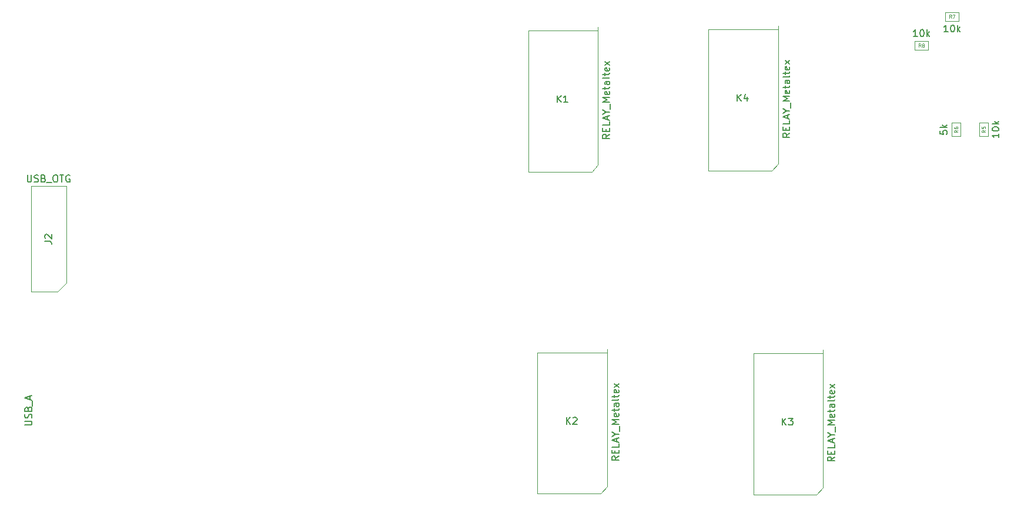
<source format=gbr>
G04 #@! TF.FileFunction,Other,Fab,Top*
%FSLAX46Y46*%
G04 Gerber Fmt 4.6, Leading zero omitted, Abs format (unit mm)*
G04 Created by KiCad (PCBNEW 4.0.4+e1-6308~48~ubuntu15.10.1-stable) date Thu Jul 12 11:54:00 2018*
%MOMM*%
%LPD*%
G01*
G04 APERTURE LIST*
%ADD10C,0.100000*%
%ADD11C,0.120000*%
%ADD12C,0.150000*%
%ADD13C,0.075000*%
G04 APERTURE END LIST*
D10*
X66040000Y-93853000D02*
X62230000Y-93853000D01*
X62230000Y-93853000D02*
X62230000Y-78613000D01*
X62230000Y-78613000D02*
X67310000Y-78613000D01*
X67310000Y-78613000D02*
X67310000Y-92583000D01*
X67310000Y-92583000D02*
X66040000Y-93853000D01*
D11*
X143909820Y-75533060D02*
X142999820Y-76543060D01*
X133869820Y-76543060D02*
X142999820Y-76543060D01*
X143909820Y-75533060D02*
X143909820Y-55653060D01*
X143909820Y-56163060D02*
X133869820Y-56163060D01*
X133869820Y-56163060D02*
X133869820Y-76543060D01*
X145243240Y-121979500D02*
X144333240Y-122989500D01*
X135203240Y-122989500D02*
X144333240Y-122989500D01*
X145243240Y-121979500D02*
X145243240Y-102099500D01*
X145243240Y-102609500D02*
X135203240Y-102609500D01*
X135203240Y-102609500D02*
X135203240Y-122989500D01*
X176330340Y-122091260D02*
X175420340Y-123101260D01*
X166290340Y-123101260D02*
X175420340Y-123101260D01*
X176330340Y-122091260D02*
X176330340Y-102211260D01*
X176330340Y-102721260D02*
X166290340Y-102721260D01*
X166290340Y-102721260D02*
X166290340Y-123101260D01*
X169866000Y-75357000D02*
X168956000Y-76367000D01*
X159826000Y-76367000D02*
X168956000Y-76367000D01*
X169866000Y-75357000D02*
X169866000Y-55477000D01*
X169866000Y-55987000D02*
X159826000Y-55987000D01*
X159826000Y-55987000D02*
X159826000Y-76367000D01*
D10*
X194876180Y-69436740D02*
X196116180Y-69436740D01*
X194876180Y-71436740D02*
X194876180Y-69436740D01*
X196116180Y-71436740D02*
X194876180Y-71436740D01*
X196116180Y-69436740D02*
X196116180Y-71436740D01*
X200083660Y-71436740D02*
X198843660Y-71436740D01*
X200083660Y-69436740D02*
X200083660Y-71436740D01*
X198843660Y-69436740D02*
X200083660Y-69436740D01*
X198843660Y-71436740D02*
X198843660Y-69436740D01*
X193900000Y-54770000D02*
X193900000Y-53530000D01*
X195900000Y-54770000D02*
X193900000Y-54770000D01*
X195900000Y-53530000D02*
X195900000Y-54770000D01*
X193900000Y-53530000D02*
X195900000Y-53530000D01*
X191500000Y-57705000D02*
X191500000Y-58945000D01*
X189500000Y-57705000D02*
X191500000Y-57705000D01*
X189500000Y-58945000D02*
X189500000Y-57705000D01*
X191500000Y-58945000D02*
X189500000Y-58945000D01*
D12*
X61722381Y-77005381D02*
X61722381Y-77814905D01*
X61770000Y-77910143D01*
X61817619Y-77957762D01*
X61912857Y-78005381D01*
X62103334Y-78005381D01*
X62198572Y-77957762D01*
X62246191Y-77910143D01*
X62293810Y-77814905D01*
X62293810Y-77005381D01*
X62722381Y-77957762D02*
X62865238Y-78005381D01*
X63103334Y-78005381D01*
X63198572Y-77957762D01*
X63246191Y-77910143D01*
X63293810Y-77814905D01*
X63293810Y-77719667D01*
X63246191Y-77624429D01*
X63198572Y-77576810D01*
X63103334Y-77529190D01*
X62912857Y-77481571D01*
X62817619Y-77433952D01*
X62770000Y-77386333D01*
X62722381Y-77291095D01*
X62722381Y-77195857D01*
X62770000Y-77100619D01*
X62817619Y-77053000D01*
X62912857Y-77005381D01*
X63150953Y-77005381D01*
X63293810Y-77053000D01*
X64055715Y-77481571D02*
X64198572Y-77529190D01*
X64246191Y-77576810D01*
X64293810Y-77672048D01*
X64293810Y-77814905D01*
X64246191Y-77910143D01*
X64198572Y-77957762D01*
X64103334Y-78005381D01*
X63722381Y-78005381D01*
X63722381Y-77005381D01*
X64055715Y-77005381D01*
X64150953Y-77053000D01*
X64198572Y-77100619D01*
X64246191Y-77195857D01*
X64246191Y-77291095D01*
X64198572Y-77386333D01*
X64150953Y-77433952D01*
X64055715Y-77481571D01*
X63722381Y-77481571D01*
X64484286Y-78100619D02*
X65246191Y-78100619D01*
X65674762Y-77005381D02*
X65865239Y-77005381D01*
X65960477Y-77053000D01*
X66055715Y-77148238D01*
X66103334Y-77338714D01*
X66103334Y-77672048D01*
X66055715Y-77862524D01*
X65960477Y-77957762D01*
X65865239Y-78005381D01*
X65674762Y-78005381D01*
X65579524Y-77957762D01*
X65484286Y-77862524D01*
X65436667Y-77672048D01*
X65436667Y-77338714D01*
X65484286Y-77148238D01*
X65579524Y-77053000D01*
X65674762Y-77005381D01*
X66389048Y-77005381D02*
X66960477Y-77005381D01*
X66674762Y-78005381D02*
X66674762Y-77005381D01*
X67817620Y-77053000D02*
X67722382Y-77005381D01*
X67579525Y-77005381D01*
X67436667Y-77053000D01*
X67341429Y-77148238D01*
X67293810Y-77243476D01*
X67246191Y-77433952D01*
X67246191Y-77576810D01*
X67293810Y-77767286D01*
X67341429Y-77862524D01*
X67436667Y-77957762D01*
X67579525Y-78005381D01*
X67674763Y-78005381D01*
X67817620Y-77957762D01*
X67865239Y-77910143D01*
X67865239Y-77576810D01*
X67674763Y-77576810D01*
X64222381Y-86566333D02*
X64936667Y-86566333D01*
X65079524Y-86613953D01*
X65174762Y-86709191D01*
X65222381Y-86852048D01*
X65222381Y-86947286D01*
X64317619Y-86137762D02*
X64270000Y-86090143D01*
X64222381Y-85994905D01*
X64222381Y-85756809D01*
X64270000Y-85661571D01*
X64317619Y-85613952D01*
X64412857Y-85566333D01*
X64508095Y-85566333D01*
X64650952Y-85613952D01*
X65222381Y-86185381D01*
X65222381Y-85566333D01*
X145562201Y-71127823D02*
X145086010Y-71461157D01*
X145562201Y-71699252D02*
X144562201Y-71699252D01*
X144562201Y-71318299D01*
X144609820Y-71223061D01*
X144657439Y-71175442D01*
X144752677Y-71127823D01*
X144895534Y-71127823D01*
X144990772Y-71175442D01*
X145038391Y-71223061D01*
X145086010Y-71318299D01*
X145086010Y-71699252D01*
X145038391Y-70699252D02*
X145038391Y-70365918D01*
X145562201Y-70223061D02*
X145562201Y-70699252D01*
X144562201Y-70699252D01*
X144562201Y-70223061D01*
X145562201Y-69318299D02*
X145562201Y-69794490D01*
X144562201Y-69794490D01*
X145276487Y-69032585D02*
X145276487Y-68556394D01*
X145562201Y-69127823D02*
X144562201Y-68794490D01*
X145562201Y-68461156D01*
X145086010Y-67937347D02*
X145562201Y-67937347D01*
X144562201Y-68270680D02*
X145086010Y-67937347D01*
X144562201Y-67604013D01*
X145657439Y-67508775D02*
X145657439Y-66746870D01*
X145562201Y-66508775D02*
X144562201Y-66508775D01*
X145276487Y-66175441D01*
X144562201Y-65842108D01*
X145562201Y-65842108D01*
X145514582Y-64984965D02*
X145562201Y-65080203D01*
X145562201Y-65270680D01*
X145514582Y-65365918D01*
X145419344Y-65413537D01*
X145038391Y-65413537D01*
X144943153Y-65365918D01*
X144895534Y-65270680D01*
X144895534Y-65080203D01*
X144943153Y-64984965D01*
X145038391Y-64937346D01*
X145133630Y-64937346D01*
X145228868Y-65413537D01*
X144895534Y-64651632D02*
X144895534Y-64270680D01*
X144562201Y-64508775D02*
X145419344Y-64508775D01*
X145514582Y-64461156D01*
X145562201Y-64365918D01*
X145562201Y-64270680D01*
X145562201Y-63508774D02*
X145038391Y-63508774D01*
X144943153Y-63556393D01*
X144895534Y-63651631D01*
X144895534Y-63842108D01*
X144943153Y-63937346D01*
X145514582Y-63508774D02*
X145562201Y-63604012D01*
X145562201Y-63842108D01*
X145514582Y-63937346D01*
X145419344Y-63984965D01*
X145324106Y-63984965D01*
X145228868Y-63937346D01*
X145181249Y-63842108D01*
X145181249Y-63604012D01*
X145133630Y-63508774D01*
X145562201Y-62889727D02*
X145514582Y-62984965D01*
X145419344Y-63032584D01*
X144562201Y-63032584D01*
X144895534Y-62651631D02*
X144895534Y-62270679D01*
X144562201Y-62508774D02*
X145419344Y-62508774D01*
X145514582Y-62461155D01*
X145562201Y-62365917D01*
X145562201Y-62270679D01*
X145514582Y-61556392D02*
X145562201Y-61651630D01*
X145562201Y-61842107D01*
X145514582Y-61937345D01*
X145419344Y-61984964D01*
X145038391Y-61984964D01*
X144943153Y-61937345D01*
X144895534Y-61842107D01*
X144895534Y-61651630D01*
X144943153Y-61556392D01*
X145038391Y-61508773D01*
X145133630Y-61508773D01*
X145228868Y-61984964D01*
X145562201Y-61175440D02*
X144895534Y-60651630D01*
X144895534Y-61175440D02*
X145562201Y-60651630D01*
X138021725Y-66525441D02*
X138021725Y-65525441D01*
X138593154Y-66525441D02*
X138164582Y-65954012D01*
X138593154Y-65525441D02*
X138021725Y-66096870D01*
X139545535Y-66525441D02*
X138974106Y-66525441D01*
X139259820Y-66525441D02*
X139259820Y-65525441D01*
X139164582Y-65668298D01*
X139069344Y-65763536D01*
X138974106Y-65811155D01*
X61364541Y-113076549D02*
X62174065Y-113076549D01*
X62269303Y-113028930D01*
X62316922Y-112981311D01*
X62364541Y-112886073D01*
X62364541Y-112695596D01*
X62316922Y-112600358D01*
X62269303Y-112552739D01*
X62174065Y-112505120D01*
X61364541Y-112505120D01*
X62316922Y-112076549D02*
X62364541Y-111933692D01*
X62364541Y-111695596D01*
X62316922Y-111600358D01*
X62269303Y-111552739D01*
X62174065Y-111505120D01*
X62078827Y-111505120D01*
X61983589Y-111552739D01*
X61935970Y-111600358D01*
X61888350Y-111695596D01*
X61840731Y-111886073D01*
X61793112Y-111981311D01*
X61745493Y-112028930D01*
X61650255Y-112076549D01*
X61555017Y-112076549D01*
X61459779Y-112028930D01*
X61412160Y-111981311D01*
X61364541Y-111886073D01*
X61364541Y-111647977D01*
X61412160Y-111505120D01*
X61840731Y-110743215D02*
X61888350Y-110600358D01*
X61935970Y-110552739D01*
X62031208Y-110505120D01*
X62174065Y-110505120D01*
X62269303Y-110552739D01*
X62316922Y-110600358D01*
X62364541Y-110695596D01*
X62364541Y-111076549D01*
X61364541Y-111076549D01*
X61364541Y-110743215D01*
X61412160Y-110647977D01*
X61459779Y-110600358D01*
X61555017Y-110552739D01*
X61650255Y-110552739D01*
X61745493Y-110600358D01*
X61793112Y-110647977D01*
X61840731Y-110743215D01*
X61840731Y-111076549D01*
X62459779Y-110314644D02*
X62459779Y-109552739D01*
X62078827Y-109362263D02*
X62078827Y-108886072D01*
X62364541Y-109457501D02*
X61364541Y-109124168D01*
X62364541Y-108790834D01*
X146895621Y-117574263D02*
X146419430Y-117907597D01*
X146895621Y-118145692D02*
X145895621Y-118145692D01*
X145895621Y-117764739D01*
X145943240Y-117669501D01*
X145990859Y-117621882D01*
X146086097Y-117574263D01*
X146228954Y-117574263D01*
X146324192Y-117621882D01*
X146371811Y-117669501D01*
X146419430Y-117764739D01*
X146419430Y-118145692D01*
X146371811Y-117145692D02*
X146371811Y-116812358D01*
X146895621Y-116669501D02*
X146895621Y-117145692D01*
X145895621Y-117145692D01*
X145895621Y-116669501D01*
X146895621Y-115764739D02*
X146895621Y-116240930D01*
X145895621Y-116240930D01*
X146609907Y-115479025D02*
X146609907Y-115002834D01*
X146895621Y-115574263D02*
X145895621Y-115240930D01*
X146895621Y-114907596D01*
X146419430Y-114383787D02*
X146895621Y-114383787D01*
X145895621Y-114717120D02*
X146419430Y-114383787D01*
X145895621Y-114050453D01*
X146990859Y-113955215D02*
X146990859Y-113193310D01*
X146895621Y-112955215D02*
X145895621Y-112955215D01*
X146609907Y-112621881D01*
X145895621Y-112288548D01*
X146895621Y-112288548D01*
X146848002Y-111431405D02*
X146895621Y-111526643D01*
X146895621Y-111717120D01*
X146848002Y-111812358D01*
X146752764Y-111859977D01*
X146371811Y-111859977D01*
X146276573Y-111812358D01*
X146228954Y-111717120D01*
X146228954Y-111526643D01*
X146276573Y-111431405D01*
X146371811Y-111383786D01*
X146467050Y-111383786D01*
X146562288Y-111859977D01*
X146228954Y-111098072D02*
X146228954Y-110717120D01*
X145895621Y-110955215D02*
X146752764Y-110955215D01*
X146848002Y-110907596D01*
X146895621Y-110812358D01*
X146895621Y-110717120D01*
X146895621Y-109955214D02*
X146371811Y-109955214D01*
X146276573Y-110002833D01*
X146228954Y-110098071D01*
X146228954Y-110288548D01*
X146276573Y-110383786D01*
X146848002Y-109955214D02*
X146895621Y-110050452D01*
X146895621Y-110288548D01*
X146848002Y-110383786D01*
X146752764Y-110431405D01*
X146657526Y-110431405D01*
X146562288Y-110383786D01*
X146514669Y-110288548D01*
X146514669Y-110050452D01*
X146467050Y-109955214D01*
X146895621Y-109336167D02*
X146848002Y-109431405D01*
X146752764Y-109479024D01*
X145895621Y-109479024D01*
X146228954Y-109098071D02*
X146228954Y-108717119D01*
X145895621Y-108955214D02*
X146752764Y-108955214D01*
X146848002Y-108907595D01*
X146895621Y-108812357D01*
X146895621Y-108717119D01*
X146848002Y-108002832D02*
X146895621Y-108098070D01*
X146895621Y-108288547D01*
X146848002Y-108383785D01*
X146752764Y-108431404D01*
X146371811Y-108431404D01*
X146276573Y-108383785D01*
X146228954Y-108288547D01*
X146228954Y-108098070D01*
X146276573Y-108002832D01*
X146371811Y-107955213D01*
X146467050Y-107955213D01*
X146562288Y-108431404D01*
X146895621Y-107621880D02*
X146228954Y-107098070D01*
X146228954Y-107621880D02*
X146895621Y-107098070D01*
X139355145Y-112971881D02*
X139355145Y-111971881D01*
X139926574Y-112971881D02*
X139498002Y-112400452D01*
X139926574Y-111971881D02*
X139355145Y-112543310D01*
X140307526Y-112067119D02*
X140355145Y-112019500D01*
X140450383Y-111971881D01*
X140688479Y-111971881D01*
X140783717Y-112019500D01*
X140831336Y-112067119D01*
X140878955Y-112162357D01*
X140878955Y-112257595D01*
X140831336Y-112400452D01*
X140259907Y-112971881D01*
X140878955Y-112971881D01*
X177982721Y-117686023D02*
X177506530Y-118019357D01*
X177982721Y-118257452D02*
X176982721Y-118257452D01*
X176982721Y-117876499D01*
X177030340Y-117781261D01*
X177077959Y-117733642D01*
X177173197Y-117686023D01*
X177316054Y-117686023D01*
X177411292Y-117733642D01*
X177458911Y-117781261D01*
X177506530Y-117876499D01*
X177506530Y-118257452D01*
X177458911Y-117257452D02*
X177458911Y-116924118D01*
X177982721Y-116781261D02*
X177982721Y-117257452D01*
X176982721Y-117257452D01*
X176982721Y-116781261D01*
X177982721Y-115876499D02*
X177982721Y-116352690D01*
X176982721Y-116352690D01*
X177697007Y-115590785D02*
X177697007Y-115114594D01*
X177982721Y-115686023D02*
X176982721Y-115352690D01*
X177982721Y-115019356D01*
X177506530Y-114495547D02*
X177982721Y-114495547D01*
X176982721Y-114828880D02*
X177506530Y-114495547D01*
X176982721Y-114162213D01*
X178077959Y-114066975D02*
X178077959Y-113305070D01*
X177982721Y-113066975D02*
X176982721Y-113066975D01*
X177697007Y-112733641D01*
X176982721Y-112400308D01*
X177982721Y-112400308D01*
X177935102Y-111543165D02*
X177982721Y-111638403D01*
X177982721Y-111828880D01*
X177935102Y-111924118D01*
X177839864Y-111971737D01*
X177458911Y-111971737D01*
X177363673Y-111924118D01*
X177316054Y-111828880D01*
X177316054Y-111638403D01*
X177363673Y-111543165D01*
X177458911Y-111495546D01*
X177554150Y-111495546D01*
X177649388Y-111971737D01*
X177316054Y-111209832D02*
X177316054Y-110828880D01*
X176982721Y-111066975D02*
X177839864Y-111066975D01*
X177935102Y-111019356D01*
X177982721Y-110924118D01*
X177982721Y-110828880D01*
X177982721Y-110066974D02*
X177458911Y-110066974D01*
X177363673Y-110114593D01*
X177316054Y-110209831D01*
X177316054Y-110400308D01*
X177363673Y-110495546D01*
X177935102Y-110066974D02*
X177982721Y-110162212D01*
X177982721Y-110400308D01*
X177935102Y-110495546D01*
X177839864Y-110543165D01*
X177744626Y-110543165D01*
X177649388Y-110495546D01*
X177601769Y-110400308D01*
X177601769Y-110162212D01*
X177554150Y-110066974D01*
X177982721Y-109447927D02*
X177935102Y-109543165D01*
X177839864Y-109590784D01*
X176982721Y-109590784D01*
X177316054Y-109209831D02*
X177316054Y-108828879D01*
X176982721Y-109066974D02*
X177839864Y-109066974D01*
X177935102Y-109019355D01*
X177982721Y-108924117D01*
X177982721Y-108828879D01*
X177935102Y-108114592D02*
X177982721Y-108209830D01*
X177982721Y-108400307D01*
X177935102Y-108495545D01*
X177839864Y-108543164D01*
X177458911Y-108543164D01*
X177363673Y-108495545D01*
X177316054Y-108400307D01*
X177316054Y-108209830D01*
X177363673Y-108114592D01*
X177458911Y-108066973D01*
X177554150Y-108066973D01*
X177649388Y-108543164D01*
X177982721Y-107733640D02*
X177316054Y-107209830D01*
X177316054Y-107733640D02*
X177982721Y-107209830D01*
X170442245Y-113083641D02*
X170442245Y-112083641D01*
X171013674Y-113083641D02*
X170585102Y-112512212D01*
X171013674Y-112083641D02*
X170442245Y-112655070D01*
X171347007Y-112083641D02*
X171966055Y-112083641D01*
X171632721Y-112464593D01*
X171775579Y-112464593D01*
X171870817Y-112512212D01*
X171918436Y-112559831D01*
X171966055Y-112655070D01*
X171966055Y-112893165D01*
X171918436Y-112988403D01*
X171870817Y-113036022D01*
X171775579Y-113083641D01*
X171489864Y-113083641D01*
X171394626Y-113036022D01*
X171347007Y-112988403D01*
X171518381Y-70951763D02*
X171042190Y-71285097D01*
X171518381Y-71523192D02*
X170518381Y-71523192D01*
X170518381Y-71142239D01*
X170566000Y-71047001D01*
X170613619Y-70999382D01*
X170708857Y-70951763D01*
X170851714Y-70951763D01*
X170946952Y-70999382D01*
X170994571Y-71047001D01*
X171042190Y-71142239D01*
X171042190Y-71523192D01*
X170994571Y-70523192D02*
X170994571Y-70189858D01*
X171518381Y-70047001D02*
X171518381Y-70523192D01*
X170518381Y-70523192D01*
X170518381Y-70047001D01*
X171518381Y-69142239D02*
X171518381Y-69618430D01*
X170518381Y-69618430D01*
X171232667Y-68856525D02*
X171232667Y-68380334D01*
X171518381Y-68951763D02*
X170518381Y-68618430D01*
X171518381Y-68285096D01*
X171042190Y-67761287D02*
X171518381Y-67761287D01*
X170518381Y-68094620D02*
X171042190Y-67761287D01*
X170518381Y-67427953D01*
X171613619Y-67332715D02*
X171613619Y-66570810D01*
X171518381Y-66332715D02*
X170518381Y-66332715D01*
X171232667Y-65999381D01*
X170518381Y-65666048D01*
X171518381Y-65666048D01*
X171470762Y-64808905D02*
X171518381Y-64904143D01*
X171518381Y-65094620D01*
X171470762Y-65189858D01*
X171375524Y-65237477D01*
X170994571Y-65237477D01*
X170899333Y-65189858D01*
X170851714Y-65094620D01*
X170851714Y-64904143D01*
X170899333Y-64808905D01*
X170994571Y-64761286D01*
X171089810Y-64761286D01*
X171185048Y-65237477D01*
X170851714Y-64475572D02*
X170851714Y-64094620D01*
X170518381Y-64332715D02*
X171375524Y-64332715D01*
X171470762Y-64285096D01*
X171518381Y-64189858D01*
X171518381Y-64094620D01*
X171518381Y-63332714D02*
X170994571Y-63332714D01*
X170899333Y-63380333D01*
X170851714Y-63475571D01*
X170851714Y-63666048D01*
X170899333Y-63761286D01*
X171470762Y-63332714D02*
X171518381Y-63427952D01*
X171518381Y-63666048D01*
X171470762Y-63761286D01*
X171375524Y-63808905D01*
X171280286Y-63808905D01*
X171185048Y-63761286D01*
X171137429Y-63666048D01*
X171137429Y-63427952D01*
X171089810Y-63332714D01*
X171518381Y-62713667D02*
X171470762Y-62808905D01*
X171375524Y-62856524D01*
X170518381Y-62856524D01*
X170851714Y-62475571D02*
X170851714Y-62094619D01*
X170518381Y-62332714D02*
X171375524Y-62332714D01*
X171470762Y-62285095D01*
X171518381Y-62189857D01*
X171518381Y-62094619D01*
X171470762Y-61380332D02*
X171518381Y-61475570D01*
X171518381Y-61666047D01*
X171470762Y-61761285D01*
X171375524Y-61808904D01*
X170994571Y-61808904D01*
X170899333Y-61761285D01*
X170851714Y-61666047D01*
X170851714Y-61475570D01*
X170899333Y-61380332D01*
X170994571Y-61332713D01*
X171089810Y-61332713D01*
X171185048Y-61808904D01*
X171518381Y-60999380D02*
X170851714Y-60475570D01*
X170851714Y-60999380D02*
X171518381Y-60475570D01*
X163977905Y-66349381D02*
X163977905Y-65349381D01*
X164549334Y-66349381D02*
X164120762Y-65777952D01*
X164549334Y-65349381D02*
X163977905Y-65920810D01*
X165406477Y-65682714D02*
X165406477Y-66349381D01*
X165168381Y-65301762D02*
X164930286Y-66016048D01*
X165549334Y-66016048D01*
X193198561Y-70603406D02*
X193198561Y-71079597D01*
X193674751Y-71127216D01*
X193627132Y-71079597D01*
X193579513Y-70984359D01*
X193579513Y-70746263D01*
X193627132Y-70651025D01*
X193674751Y-70603406D01*
X193769990Y-70555787D01*
X194008085Y-70555787D01*
X194103323Y-70603406D01*
X194150942Y-70651025D01*
X194198561Y-70746263D01*
X194198561Y-70984359D01*
X194150942Y-71079597D01*
X194103323Y-71127216D01*
X194198561Y-70127216D02*
X193198561Y-70127216D01*
X193817609Y-70031978D02*
X194198561Y-69746263D01*
X193531894Y-69746263D02*
X193912847Y-70127216D01*
D13*
X195722370Y-70520073D02*
X195484275Y-70686740D01*
X195722370Y-70805787D02*
X195222370Y-70805787D01*
X195222370Y-70615311D01*
X195246180Y-70567692D01*
X195269990Y-70543883D01*
X195317609Y-70520073D01*
X195389037Y-70520073D01*
X195436656Y-70543883D01*
X195460466Y-70567692D01*
X195484275Y-70615311D01*
X195484275Y-70805787D01*
X195222370Y-70091502D02*
X195222370Y-70186740D01*
X195246180Y-70234359D01*
X195269990Y-70258168D01*
X195341418Y-70305787D01*
X195436656Y-70329597D01*
X195627132Y-70329597D01*
X195674751Y-70305787D01*
X195698561Y-70281978D01*
X195722370Y-70234359D01*
X195722370Y-70139121D01*
X195698561Y-70091502D01*
X195674751Y-70067692D01*
X195627132Y-70043883D01*
X195508085Y-70043883D01*
X195460466Y-70067692D01*
X195436656Y-70091502D01*
X195412847Y-70139121D01*
X195412847Y-70234359D01*
X195436656Y-70281978D01*
X195460466Y-70305787D01*
X195508085Y-70329597D01*
D12*
X201666041Y-71031978D02*
X201666041Y-71603407D01*
X201666041Y-71317693D02*
X200666041Y-71317693D01*
X200808898Y-71412931D01*
X200904136Y-71508169D01*
X200951755Y-71603407D01*
X200666041Y-70412931D02*
X200666041Y-70317692D01*
X200713660Y-70222454D01*
X200761279Y-70174835D01*
X200856517Y-70127216D01*
X201046993Y-70079597D01*
X201285089Y-70079597D01*
X201475565Y-70127216D01*
X201570803Y-70174835D01*
X201618422Y-70222454D01*
X201666041Y-70317692D01*
X201666041Y-70412931D01*
X201618422Y-70508169D01*
X201570803Y-70555788D01*
X201475565Y-70603407D01*
X201285089Y-70651026D01*
X201046993Y-70651026D01*
X200856517Y-70603407D01*
X200761279Y-70555788D01*
X200713660Y-70508169D01*
X200666041Y-70412931D01*
X201666041Y-69651026D02*
X200666041Y-69651026D01*
X201285089Y-69555788D02*
X201666041Y-69270073D01*
X200999374Y-69270073D02*
X201380327Y-69651026D01*
D13*
X199689850Y-70520073D02*
X199451755Y-70686740D01*
X199689850Y-70805787D02*
X199189850Y-70805787D01*
X199189850Y-70615311D01*
X199213660Y-70567692D01*
X199237470Y-70543883D01*
X199285089Y-70520073D01*
X199356517Y-70520073D01*
X199404136Y-70543883D01*
X199427946Y-70567692D01*
X199451755Y-70615311D01*
X199451755Y-70805787D01*
X199189850Y-70067692D02*
X199189850Y-70305787D01*
X199427946Y-70329597D01*
X199404136Y-70305787D01*
X199380327Y-70258168D01*
X199380327Y-70139121D01*
X199404136Y-70091502D01*
X199427946Y-70067692D01*
X199475565Y-70043883D01*
X199594612Y-70043883D01*
X199642231Y-70067692D01*
X199666041Y-70091502D01*
X199689850Y-70139121D01*
X199689850Y-70258168D01*
X199666041Y-70305787D01*
X199642231Y-70329597D01*
D12*
X194304762Y-56352381D02*
X193733333Y-56352381D01*
X194019047Y-56352381D02*
X194019047Y-55352381D01*
X193923809Y-55495238D01*
X193828571Y-55590476D01*
X193733333Y-55638095D01*
X194923809Y-55352381D02*
X195019048Y-55352381D01*
X195114286Y-55400000D01*
X195161905Y-55447619D01*
X195209524Y-55542857D01*
X195257143Y-55733333D01*
X195257143Y-55971429D01*
X195209524Y-56161905D01*
X195161905Y-56257143D01*
X195114286Y-56304762D01*
X195019048Y-56352381D01*
X194923809Y-56352381D01*
X194828571Y-56304762D01*
X194780952Y-56257143D01*
X194733333Y-56161905D01*
X194685714Y-55971429D01*
X194685714Y-55733333D01*
X194733333Y-55542857D01*
X194780952Y-55447619D01*
X194828571Y-55400000D01*
X194923809Y-55352381D01*
X195685714Y-56352381D02*
X195685714Y-55352381D01*
X195780952Y-55971429D02*
X196066667Y-56352381D01*
X196066667Y-55685714D02*
X195685714Y-56066667D01*
D13*
X194816667Y-54376190D02*
X194650000Y-54138095D01*
X194530953Y-54376190D02*
X194530953Y-53876190D01*
X194721429Y-53876190D01*
X194769048Y-53900000D01*
X194792857Y-53923810D01*
X194816667Y-53971429D01*
X194816667Y-54042857D01*
X194792857Y-54090476D01*
X194769048Y-54114286D01*
X194721429Y-54138095D01*
X194530953Y-54138095D01*
X194983334Y-53876190D02*
X195316667Y-53876190D01*
X195102381Y-54376190D01*
D12*
X189904762Y-57027381D02*
X189333333Y-57027381D01*
X189619047Y-57027381D02*
X189619047Y-56027381D01*
X189523809Y-56170238D01*
X189428571Y-56265476D01*
X189333333Y-56313095D01*
X190523809Y-56027381D02*
X190619048Y-56027381D01*
X190714286Y-56075000D01*
X190761905Y-56122619D01*
X190809524Y-56217857D01*
X190857143Y-56408333D01*
X190857143Y-56646429D01*
X190809524Y-56836905D01*
X190761905Y-56932143D01*
X190714286Y-56979762D01*
X190619048Y-57027381D01*
X190523809Y-57027381D01*
X190428571Y-56979762D01*
X190380952Y-56932143D01*
X190333333Y-56836905D01*
X190285714Y-56646429D01*
X190285714Y-56408333D01*
X190333333Y-56217857D01*
X190380952Y-56122619D01*
X190428571Y-56075000D01*
X190523809Y-56027381D01*
X191285714Y-57027381D02*
X191285714Y-56027381D01*
X191380952Y-56646429D02*
X191666667Y-57027381D01*
X191666667Y-56360714D02*
X191285714Y-56741667D01*
D13*
X190416667Y-58551190D02*
X190250000Y-58313095D01*
X190130953Y-58551190D02*
X190130953Y-58051190D01*
X190321429Y-58051190D01*
X190369048Y-58075000D01*
X190392857Y-58098810D01*
X190416667Y-58146429D01*
X190416667Y-58217857D01*
X190392857Y-58265476D01*
X190369048Y-58289286D01*
X190321429Y-58313095D01*
X190130953Y-58313095D01*
X190702381Y-58265476D02*
X190654762Y-58241667D01*
X190630953Y-58217857D01*
X190607143Y-58170238D01*
X190607143Y-58146429D01*
X190630953Y-58098810D01*
X190654762Y-58075000D01*
X190702381Y-58051190D01*
X190797619Y-58051190D01*
X190845238Y-58075000D01*
X190869048Y-58098810D01*
X190892857Y-58146429D01*
X190892857Y-58170238D01*
X190869048Y-58217857D01*
X190845238Y-58241667D01*
X190797619Y-58265476D01*
X190702381Y-58265476D01*
X190654762Y-58289286D01*
X190630953Y-58313095D01*
X190607143Y-58360714D01*
X190607143Y-58455952D01*
X190630953Y-58503571D01*
X190654762Y-58527381D01*
X190702381Y-58551190D01*
X190797619Y-58551190D01*
X190845238Y-58527381D01*
X190869048Y-58503571D01*
X190892857Y-58455952D01*
X190892857Y-58360714D01*
X190869048Y-58313095D01*
X190845238Y-58289286D01*
X190797619Y-58265476D01*
M02*

</source>
